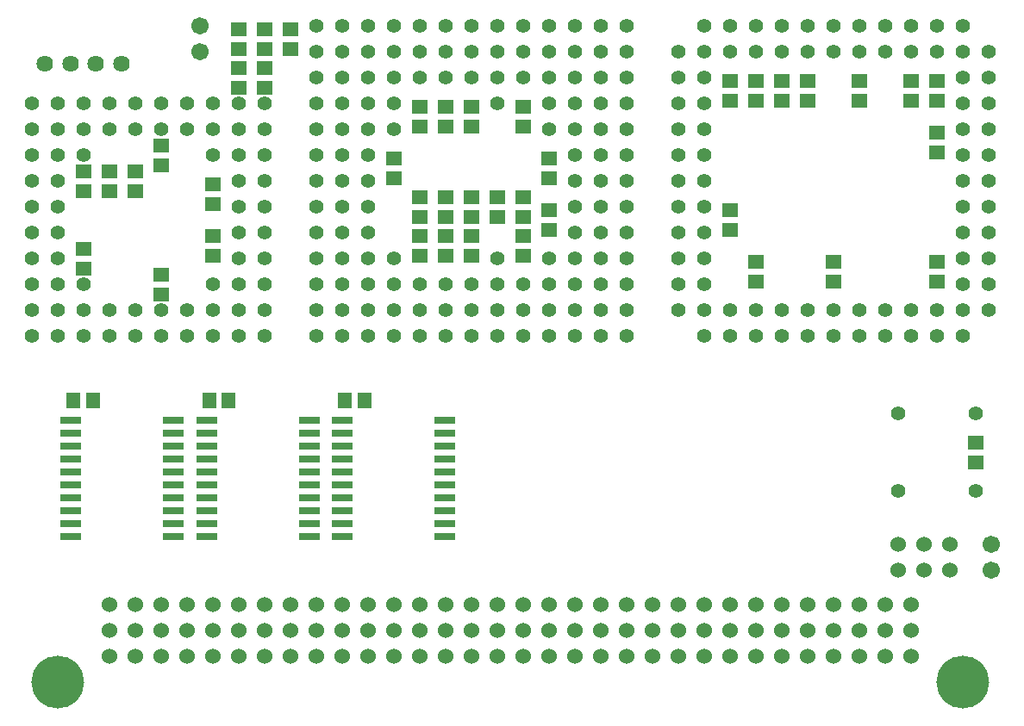
<source format=gbr>
G04 EAGLE Gerber RS-274X export*
G75*
%MOMM*%
%FSLAX34Y34*%
%LPD*%
%INSoldermask Bottom*%
%IPPOS*%
%AMOC8*
5,1,8,0,0,1.08239X$1,22.5*%
G01*
%ADD10C,1.422400*%
%ADD11R,2.133600X0.762000*%
%ADD12R,1.601600X1.401600*%
%ADD13C,1.625600*%
%ADD14C,1.701800*%
%ADD15C,1.524000*%
%ADD16C,5.181600*%
%ADD17C,2.895600*%
%ADD18R,1.401600X1.601600*%


D10*
X609600Y673100D03*
X609600Y647700D03*
X609600Y622300D03*
X609600Y596900D03*
X609600Y571500D03*
X609600Y546100D03*
X609600Y520700D03*
X609600Y495300D03*
X609600Y469900D03*
X609600Y444500D03*
X609600Y419100D03*
X609600Y393700D03*
X609600Y368300D03*
X584200Y368300D03*
X330200Y673100D03*
X355600Y673100D03*
X381000Y673100D03*
X406400Y673100D03*
X431800Y673100D03*
X457200Y673100D03*
X482600Y673100D03*
X508000Y673100D03*
X533400Y673100D03*
X584200Y673100D03*
X584200Y647700D03*
X584200Y622300D03*
X584200Y596900D03*
X584200Y571500D03*
X584200Y546100D03*
X584200Y520700D03*
X584200Y495300D03*
X584200Y469900D03*
X584200Y444500D03*
X584200Y419100D03*
X584200Y393700D03*
X533400Y368300D03*
X508000Y368300D03*
X482600Y368300D03*
X457200Y368300D03*
X431800Y368300D03*
X406400Y368300D03*
X381000Y368300D03*
X355600Y368300D03*
X330200Y368300D03*
X330200Y647700D03*
X355600Y647700D03*
X381000Y647700D03*
X406400Y647700D03*
X431800Y647700D03*
X457200Y647700D03*
X482600Y647700D03*
X508000Y647700D03*
X533400Y647700D03*
X304800Y647700D03*
X304800Y368300D03*
X304800Y393700D03*
X304800Y419100D03*
X304800Y444500D03*
X304800Y469900D03*
X304800Y495300D03*
X304800Y520700D03*
X304800Y546100D03*
X304800Y571500D03*
X304800Y596900D03*
X304800Y622300D03*
X558800Y368300D03*
X558800Y673100D03*
X558800Y393700D03*
X558800Y419100D03*
X558800Y444500D03*
X558800Y469900D03*
X558800Y495300D03*
X558800Y520700D03*
X558800Y546100D03*
X558800Y571500D03*
X558800Y596900D03*
X558800Y622300D03*
X558800Y647700D03*
X304800Y673100D03*
X330200Y622300D03*
X355600Y622300D03*
X381000Y622300D03*
X406400Y622300D03*
X431800Y622300D03*
X457200Y622300D03*
X482600Y622300D03*
X508000Y622300D03*
X533400Y622300D03*
X330200Y393700D03*
X355600Y393700D03*
X381000Y393700D03*
X406400Y393700D03*
X431800Y393700D03*
X457200Y393700D03*
X482600Y393700D03*
X508000Y393700D03*
X533400Y393700D03*
X330200Y596900D03*
X330200Y571500D03*
X330200Y546100D03*
X330200Y520700D03*
X330200Y495300D03*
X330200Y469900D03*
X330200Y444500D03*
X330200Y419100D03*
X355600Y419100D03*
X355600Y444500D03*
X355600Y469900D03*
X355600Y495300D03*
X355600Y520700D03*
X355600Y546100D03*
X355600Y571500D03*
X355600Y596900D03*
X457200Y419100D03*
X381000Y419100D03*
X406400Y419100D03*
X431800Y419100D03*
X482600Y419100D03*
X508000Y419100D03*
X533400Y419100D03*
X533400Y444500D03*
X381000Y444500D03*
X381000Y596900D03*
X533400Y596900D03*
X533400Y571500D03*
X482600Y444500D03*
X381000Y571500D03*
X482600Y596900D03*
D11*
X164592Y285750D03*
X164592Y273050D03*
X164592Y260350D03*
X164592Y247650D03*
X164592Y234950D03*
X164592Y222250D03*
X164592Y209550D03*
X164592Y196850D03*
X64008Y196850D03*
X64008Y209550D03*
X64008Y222250D03*
X64008Y234950D03*
X64008Y247650D03*
X64008Y260350D03*
X64008Y273050D03*
X64008Y285750D03*
X164592Y184150D03*
X164592Y171450D03*
X64008Y184150D03*
X64008Y171450D03*
X297942Y285750D03*
X297942Y273050D03*
X297942Y260350D03*
X297942Y247650D03*
X297942Y234950D03*
X297942Y222250D03*
X297942Y209550D03*
X297942Y196850D03*
X197358Y196850D03*
X197358Y209550D03*
X197358Y222250D03*
X197358Y234950D03*
X197358Y247650D03*
X197358Y260350D03*
X197358Y273050D03*
X197358Y285750D03*
X297942Y184150D03*
X297942Y171450D03*
X197358Y184150D03*
X197358Y171450D03*
X431292Y285750D03*
X431292Y273050D03*
X431292Y260350D03*
X431292Y247650D03*
X431292Y234950D03*
X431292Y222250D03*
X431292Y209550D03*
X431292Y196850D03*
X330708Y196850D03*
X330708Y209550D03*
X330708Y222250D03*
X330708Y234950D03*
X330708Y247650D03*
X330708Y260350D03*
X330708Y273050D03*
X330708Y285750D03*
X431292Y184150D03*
X431292Y171450D03*
X330708Y184150D03*
X330708Y171450D03*
D10*
X254000Y495300D03*
X228600Y495300D03*
X254000Y520700D03*
X228600Y520700D03*
X254000Y546100D03*
X228600Y546100D03*
X254000Y571500D03*
X228600Y571500D03*
X254000Y596900D03*
X76200Y596900D03*
X228600Y596900D03*
X203200Y596900D03*
X203200Y571500D03*
X76200Y546100D03*
X203200Y546100D03*
X177800Y596900D03*
X177800Y571500D03*
X152400Y596900D03*
X152400Y571500D03*
X127000Y596900D03*
X127000Y571500D03*
X101600Y596900D03*
X101600Y571500D03*
X254000Y368300D03*
X76200Y571500D03*
X50800Y368300D03*
X25400Y596900D03*
X50800Y596900D03*
X25400Y571500D03*
X50800Y571500D03*
X25400Y546100D03*
X50800Y546100D03*
X25400Y520700D03*
X50800Y520700D03*
X25400Y495300D03*
X50800Y495300D03*
X25400Y469900D03*
X50800Y469900D03*
X25400Y444500D03*
X50800Y444500D03*
X25400Y419100D03*
X50800Y419100D03*
X25400Y393700D03*
X25400Y368300D03*
X50800Y393700D03*
X76200Y368300D03*
X76200Y393700D03*
X101600Y368300D03*
X101600Y393700D03*
X127000Y368300D03*
X127000Y393700D03*
X152400Y368300D03*
X152400Y393700D03*
X177800Y368300D03*
X177800Y393700D03*
X76200Y419100D03*
X203200Y419100D03*
X203200Y368300D03*
X203200Y393700D03*
X228600Y368300D03*
X254000Y393700D03*
X228600Y393700D03*
X254000Y419100D03*
X228600Y419100D03*
X254000Y444500D03*
X228600Y444500D03*
X254000Y469900D03*
X228600Y469900D03*
X812800Y673100D03*
X812800Y647700D03*
X787400Y673100D03*
X787400Y647700D03*
X762000Y673100D03*
X762000Y647700D03*
X736600Y673100D03*
X736600Y647700D03*
X711200Y673100D03*
X711200Y647700D03*
X685800Y673100D03*
X660400Y647700D03*
X685800Y647700D03*
X660400Y622300D03*
X685800Y622300D03*
X660400Y596900D03*
X685800Y596900D03*
X660400Y571500D03*
X685800Y571500D03*
X660400Y546100D03*
X685800Y546100D03*
X660400Y520700D03*
X685800Y520700D03*
X660400Y495300D03*
X685800Y495300D03*
X660400Y469900D03*
X685800Y469900D03*
X660400Y444500D03*
X685800Y444500D03*
X660400Y419100D03*
X660400Y393700D03*
X685800Y419100D03*
X685800Y368300D03*
X685800Y393700D03*
X711200Y393700D03*
X711200Y368300D03*
X736600Y393700D03*
X736600Y368300D03*
X762000Y393700D03*
X762000Y368300D03*
X787400Y368300D03*
X787400Y393700D03*
X812800Y368300D03*
X812800Y393700D03*
X838200Y368300D03*
X838200Y393700D03*
X863600Y368300D03*
X863600Y393700D03*
X889000Y393700D03*
X889000Y368300D03*
X914400Y393700D03*
X914400Y368300D03*
X939800Y368300D03*
X939800Y647700D03*
X965200Y647700D03*
X939800Y622300D03*
X965200Y622300D03*
X939800Y596900D03*
X965200Y596900D03*
X939800Y571500D03*
X965200Y571500D03*
X939800Y546100D03*
X965200Y546100D03*
X939800Y520700D03*
X965200Y520700D03*
X939800Y495300D03*
X965200Y495300D03*
X939800Y469900D03*
X965200Y469900D03*
X939800Y444500D03*
X965200Y444500D03*
X939800Y419100D03*
X939800Y393700D03*
X965200Y419100D03*
X965200Y393700D03*
X863600Y647700D03*
X863600Y673100D03*
X889000Y647700D03*
X889000Y673100D03*
X914400Y647700D03*
X914400Y673100D03*
X939800Y673100D03*
X838200Y673100D03*
X838200Y647700D03*
X876300Y292100D03*
X876300Y215900D03*
X952500Y215900D03*
X952500Y292100D03*
D12*
X533400Y542900D03*
X533400Y523900D03*
X508000Y593700D03*
X508000Y574700D03*
X533400Y473100D03*
X533400Y492100D03*
X457200Y593700D03*
X457200Y574700D03*
X457200Y447700D03*
X457200Y466700D03*
X431800Y593700D03*
X431800Y574700D03*
X431800Y447700D03*
X431800Y466700D03*
X406400Y593700D03*
X406400Y574700D03*
X406400Y447700D03*
X406400Y466700D03*
X381000Y542900D03*
X381000Y523900D03*
X254000Y612800D03*
X254000Y631800D03*
X228600Y612800D03*
X228600Y631800D03*
X203200Y447700D03*
X203200Y466700D03*
X152400Y555600D03*
X152400Y536600D03*
X152400Y409600D03*
X152400Y428600D03*
X76200Y435000D03*
X76200Y454000D03*
X76200Y530200D03*
X76200Y511200D03*
X254000Y669900D03*
X254000Y650900D03*
X508000Y485800D03*
X508000Y504800D03*
X889000Y600100D03*
X889000Y619100D03*
X838200Y619100D03*
X838200Y600100D03*
X762000Y600100D03*
X762000Y619100D03*
X279400Y669900D03*
X279400Y650900D03*
X736600Y600100D03*
X736600Y619100D03*
X228600Y669900D03*
X228600Y650900D03*
X406400Y485800D03*
X406400Y504800D03*
X508000Y447700D03*
X508000Y466700D03*
X101600Y511200D03*
X101600Y530200D03*
X127000Y511200D03*
X127000Y530200D03*
X431800Y485800D03*
X431800Y504800D03*
X457200Y485800D03*
X457200Y504800D03*
X482600Y485800D03*
X482600Y504800D03*
X203200Y517500D03*
X203200Y498500D03*
X914400Y568300D03*
X914400Y549300D03*
X812800Y422300D03*
X812800Y441300D03*
X914400Y422300D03*
X914400Y441300D03*
X736600Y422300D03*
X736600Y441300D03*
X711200Y473100D03*
X711200Y492100D03*
X711200Y619100D03*
X711200Y600100D03*
X787400Y619100D03*
X787400Y600100D03*
X914400Y619100D03*
X914400Y600100D03*
X952500Y263500D03*
X952500Y244500D03*
D13*
X63700Y636000D03*
X38700Y636000D03*
X88700Y636000D03*
X113700Y636000D03*
D14*
X190500Y673100D03*
X190500Y647700D03*
D15*
X927100Y138430D03*
X927100Y163830D03*
X901700Y138430D03*
X901700Y163830D03*
X876300Y138430D03*
X876300Y163830D03*
D14*
X967740Y138430D03*
X967740Y163830D03*
D16*
X939800Y27940D03*
D15*
X889000Y53340D03*
X863600Y53340D03*
X838200Y53340D03*
X812800Y53340D03*
X787400Y53340D03*
X762000Y53340D03*
X736600Y53340D03*
X711200Y53340D03*
X685800Y53340D03*
X660400Y53340D03*
X635000Y53340D03*
X609600Y53340D03*
X584200Y53340D03*
X558800Y53340D03*
X533400Y53340D03*
X508000Y53340D03*
X482600Y53340D03*
X457200Y53340D03*
X431800Y53340D03*
X406400Y53340D03*
X381000Y53340D03*
X355600Y53340D03*
X330200Y53340D03*
X304800Y53340D03*
X279400Y53340D03*
X254000Y53340D03*
X228600Y53340D03*
X203200Y53340D03*
X177800Y53340D03*
X152400Y53340D03*
X127000Y53340D03*
X101600Y53340D03*
X889000Y104140D03*
X863600Y104140D03*
X838200Y104140D03*
X812800Y104140D03*
X787400Y104140D03*
X762000Y104140D03*
X736600Y104140D03*
X711200Y104140D03*
X685800Y104140D03*
X660400Y104140D03*
X635000Y104140D03*
X609600Y104140D03*
X584200Y104140D03*
X558800Y104140D03*
X533400Y104140D03*
X508000Y104140D03*
X482600Y104140D03*
X457200Y104140D03*
X431800Y104140D03*
X406400Y104140D03*
X381000Y104140D03*
X355600Y104140D03*
X330200Y104140D03*
X304800Y104140D03*
X279400Y104140D03*
X254000Y104140D03*
X228600Y104140D03*
X203200Y104140D03*
X177800Y104140D03*
X152400Y104140D03*
X127000Y104140D03*
X101600Y104140D03*
D16*
X50800Y27940D03*
D15*
X889000Y78740D03*
X863600Y78740D03*
X838200Y78740D03*
X812800Y78740D03*
X787400Y78740D03*
X762000Y78740D03*
X736600Y78740D03*
X711200Y78740D03*
X685800Y78740D03*
X660400Y78740D03*
X635000Y78740D03*
X609600Y78740D03*
X584200Y78740D03*
X558800Y78740D03*
X533400Y78740D03*
X508000Y78740D03*
X482600Y78740D03*
X457200Y78740D03*
X431800Y78740D03*
X406400Y78740D03*
X381000Y78740D03*
X355600Y78740D03*
X330200Y78740D03*
X304800Y78740D03*
X279400Y78740D03*
X254000Y78740D03*
X228600Y78740D03*
X203200Y78740D03*
X177800Y78740D03*
X152400Y78740D03*
X127000Y78740D03*
X101600Y78740D03*
D17*
X939800Y27940D03*
X50800Y27940D03*
D18*
X66700Y304800D03*
X85700Y304800D03*
X200050Y304800D03*
X219050Y304800D03*
X333400Y304800D03*
X352400Y304800D03*
M02*

</source>
